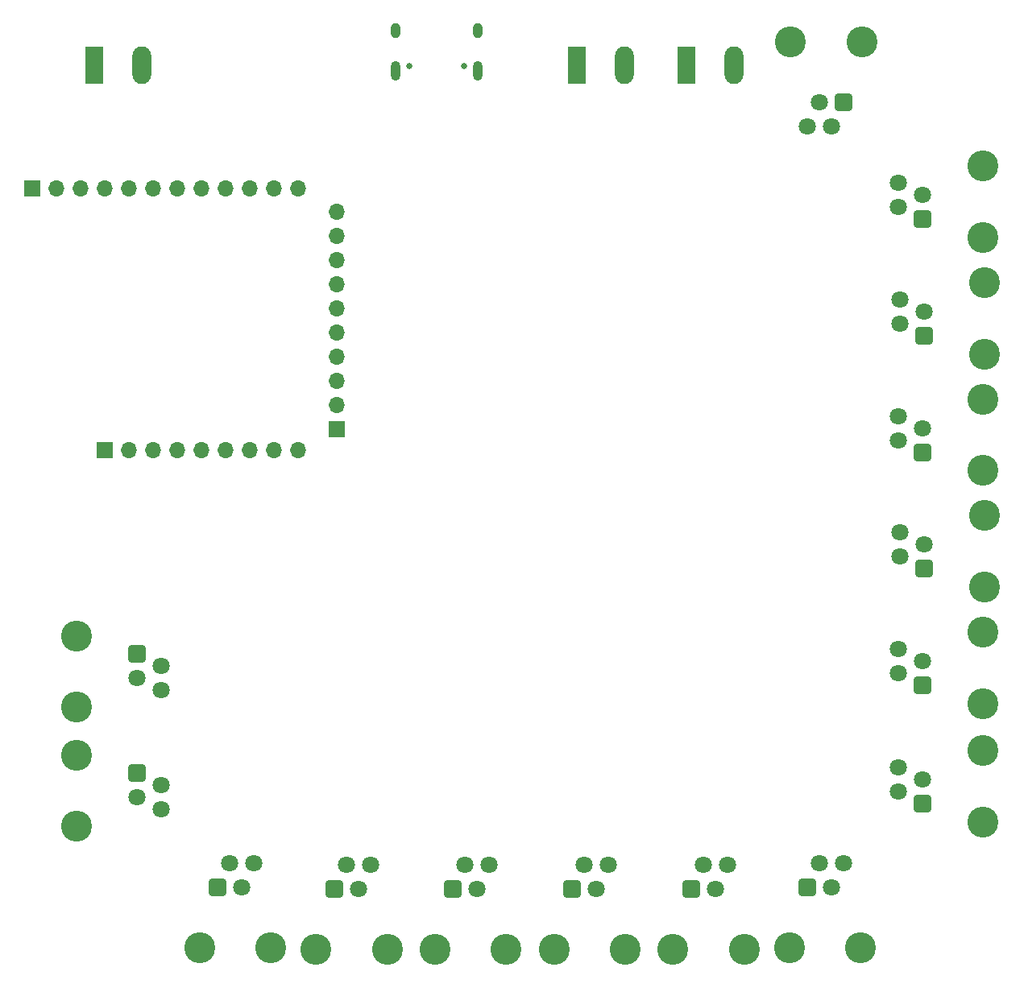
<source format=gbr>
%TF.GenerationSoftware,KiCad,Pcbnew,9.0.2-9.0.2-0~ubuntu24.04.1*%
%TF.CreationDate,2025-07-05T10:39:13-05:00*%
%TF.ProjectId,RECUV01,52454355-5630-4312-9e6b-696361645f70,rev?*%
%TF.SameCoordinates,Original*%
%TF.FileFunction,Soldermask,Bot*%
%TF.FilePolarity,Negative*%
%FSLAX46Y46*%
G04 Gerber Fmt 4.6, Leading zero omitted, Abs format (unit mm)*
G04 Created by KiCad (PCBNEW 9.0.2-9.0.2-0~ubuntu24.04.1) date 2025-07-05 10:39:13*
%MOMM*%
%LPD*%
G01*
G04 APERTURE LIST*
G04 Aperture macros list*
%AMRoundRect*
0 Rectangle with rounded corners*
0 $1 Rounding radius*
0 $2 $3 $4 $5 $6 $7 $8 $9 X,Y pos of 4 corners*
0 Add a 4 corners polygon primitive as box body*
4,1,4,$2,$3,$4,$5,$6,$7,$8,$9,$2,$3,0*
0 Add four circle primitives for the rounded corners*
1,1,$1+$1,$2,$3*
1,1,$1+$1,$4,$5*
1,1,$1+$1,$6,$7*
1,1,$1+$1,$8,$9*
0 Add four rect primitives between the rounded corners*
20,1,$1+$1,$2,$3,$4,$5,0*
20,1,$1+$1,$4,$5,$6,$7,0*
20,1,$1+$1,$6,$7,$8,$9,0*
20,1,$1+$1,$8,$9,$2,$3,0*%
G04 Aperture macros list end*
%ADD10R,1.700000X1.700000*%
%ADD11O,1.700000X1.700000*%
%ADD12C,3.250000*%
%ADD13RoundRect,0.250000X-0.650000X-0.650000X0.650000X-0.650000X0.650000X0.650000X-0.650000X0.650000X0*%
%ADD14C,1.800000*%
%ADD15RoundRect,0.250000X0.650000X-0.650000X0.650000X0.650000X-0.650000X0.650000X-0.650000X-0.650000X0*%
%ADD16R,1.980000X3.960000*%
%ADD17O,1.980000X3.960000*%
%ADD18C,0.650000*%
%ADD19O,1.000000X2.100000*%
%ADD20O,1.000000X1.600000*%
%ADD21RoundRect,0.250000X-0.650000X0.650000X-0.650000X-0.650000X0.650000X-0.650000X0.650000X0.650000X0*%
%ADD22RoundRect,0.250000X0.650000X0.650000X-0.650000X0.650000X-0.650000X-0.650000X0.650000X-0.650000X0*%
G04 APERTURE END LIST*
D10*
%TO.C,J7*%
X103340000Y-78770000D03*
D11*
X103340000Y-76230000D03*
X103340000Y-73690000D03*
X103340000Y-71150000D03*
X103340000Y-68610000D03*
X103340000Y-66070000D03*
X103340000Y-63530000D03*
X103340000Y-60990000D03*
X103340000Y-58450000D03*
X103340000Y-55910000D03*
%TD*%
D12*
%TO.C,BUS_I2C_1_1*%
X101140000Y-133410000D03*
X108640000Y-133410000D03*
D13*
X103050000Y-127060000D03*
D14*
X104320000Y-124520000D03*
X105590000Y-127060000D03*
X106860000Y-124520000D03*
%TD*%
D12*
%TO.C,FC28_1*%
X150890000Y-133300000D03*
X158390000Y-133300000D03*
D13*
X152800000Y-126950000D03*
D14*
X154070000Y-124410000D03*
X155340000Y-126950000D03*
X156610000Y-124410000D03*
%TD*%
D10*
%TO.C,J6*%
X78940000Y-80950000D03*
D11*
X81480000Y-80950000D03*
X84020000Y-80950000D03*
X86560000Y-80950000D03*
X89100000Y-80950000D03*
X91640000Y-80950000D03*
X94180000Y-80950000D03*
X96720000Y-80950000D03*
X99260000Y-80950000D03*
%TD*%
D12*
%TO.C,PLUVIOMETER_2*%
X171250000Y-83100000D03*
X171250000Y-75600000D03*
D15*
X164900000Y-81190000D03*
D14*
X162360000Y-79920000D03*
X164900000Y-78650000D03*
X162360000Y-77380000D03*
%TD*%
D16*
%TO.C,J4*%
X140075000Y-40450000D03*
D17*
X145075000Y-40450000D03*
%TD*%
D12*
%TO.C,HX711_1*%
X171250000Y-58600000D03*
X171250000Y-51100000D03*
D15*
X164900000Y-56690000D03*
D14*
X162360000Y-55420000D03*
X164900000Y-54150000D03*
X162360000Y-52880000D03*
%TD*%
D16*
%TO.C,J3*%
X77840000Y-40450000D03*
D17*
X82840000Y-40450000D03*
%TD*%
D18*
%TO.C,J1*%
X116680000Y-40555000D03*
X110900000Y-40555000D03*
D19*
X118110000Y-41055000D03*
D20*
X118110000Y-36875000D03*
D19*
X109470000Y-41055000D03*
D20*
X109470000Y-36875000D03*
%TD*%
D12*
%TO.C,DS18B20_1*%
X171250000Y-120050000D03*
X171250000Y-112550000D03*
D15*
X164900000Y-118140000D03*
D14*
X162360000Y-116870000D03*
X164900000Y-115600000D03*
X162360000Y-114330000D03*
%TD*%
D10*
%TO.C,J5*%
X71340000Y-53450000D03*
D11*
X73880000Y-53450000D03*
X76420000Y-53450000D03*
X78960000Y-53450000D03*
X81500000Y-53450000D03*
X84040000Y-53450000D03*
X86580000Y-53450000D03*
X89120000Y-53450000D03*
X91660000Y-53450000D03*
X94200000Y-53450000D03*
X96740000Y-53450000D03*
X99280000Y-53450000D03*
%TD*%
D12*
%TO.C,PLUVIOMETER_1*%
X138640000Y-133410000D03*
X146140000Y-133410000D03*
D13*
X140550000Y-127060000D03*
D14*
X141820000Y-124520000D03*
X143090000Y-127060000D03*
X144360000Y-124520000D03*
%TD*%
D12*
%TO.C,BUS_I2C_1_3*%
X75990000Y-100500000D03*
X75990000Y-108000000D03*
D21*
X82340000Y-102410000D03*
D14*
X84880000Y-103680000D03*
X82340000Y-104950000D03*
X84880000Y-106220000D03*
%TD*%
D16*
%TO.C,J2*%
X128575000Y-40450000D03*
D17*
X133575000Y-40450000D03*
%TD*%
D12*
%TO.C,BUS_I2C_2_2*%
X75990000Y-113000000D03*
X75990000Y-120500000D03*
D21*
X82340000Y-114910000D03*
D14*
X84880000Y-116180000D03*
X82340000Y-117450000D03*
X84880000Y-118720000D03*
%TD*%
D12*
%TO.C,DHT22_1*%
X171350000Y-95350000D03*
X171350000Y-87850000D03*
D15*
X165000000Y-93440000D03*
D14*
X162460000Y-92170000D03*
X165000000Y-90900000D03*
X162460000Y-89630000D03*
%TD*%
D12*
%TO.C,HX711_2*%
X158500000Y-38000000D03*
X151000000Y-38000000D03*
D22*
X156590000Y-44350000D03*
D14*
X155320000Y-46890000D03*
X154050000Y-44350000D03*
X152780000Y-46890000D03*
%TD*%
D12*
%TO.C,BUS_I2C_1_2*%
X88890000Y-133300000D03*
X96390000Y-133300000D03*
D13*
X90800000Y-126950000D03*
D14*
X92070000Y-124410000D03*
X93340000Y-126950000D03*
X94610000Y-124410000D03*
%TD*%
D12*
%TO.C,W_SPEED_1/W_DIR_1*%
X126140000Y-133410000D03*
X133640000Y-133410000D03*
D13*
X128050000Y-127060000D03*
D14*
X129320000Y-124520000D03*
X130590000Y-127060000D03*
X131860000Y-124520000D03*
%TD*%
D12*
%TO.C,BUS_I2C_2_1*%
X113640000Y-133410000D03*
X121140000Y-133410000D03*
D13*
X115550000Y-127060000D03*
D14*
X116820000Y-124520000D03*
X118090000Y-127060000D03*
X119360000Y-124520000D03*
%TD*%
D12*
%TO.C,DAVIS6450_1*%
X171250000Y-107600000D03*
X171250000Y-100100000D03*
D15*
X164900000Y-105690000D03*
D14*
X162360000Y-104420000D03*
X164900000Y-103150000D03*
X162360000Y-101880000D03*
%TD*%
D12*
%TO.C,PLUVIOMETER_3*%
X171350000Y-70850000D03*
X171350000Y-63350000D03*
D15*
X165000000Y-68940000D03*
D14*
X162460000Y-67670000D03*
X165000000Y-66400000D03*
X162460000Y-65130000D03*
%TD*%
M02*

</source>
